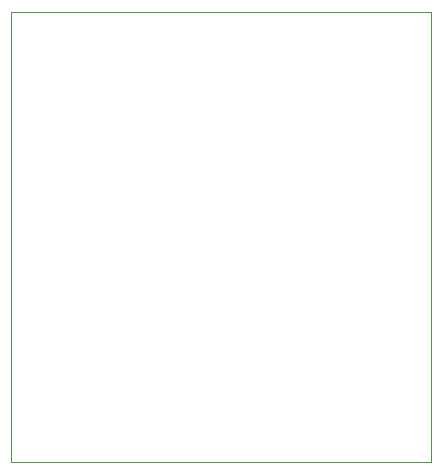
<source format=gm1>
%TF.GenerationSoftware,KiCad,Pcbnew,7.0.2*%
%TF.CreationDate,2023-06-02T21:02:53+10:00*%
%TF.ProjectId,potentiometer-carrier-board,706f7465-6e74-4696-9f6d-657465722d63,rev?*%
%TF.SameCoordinates,Original*%
%TF.FileFunction,Profile,NP*%
%FSLAX46Y46*%
G04 Gerber Fmt 4.6, Leading zero omitted, Abs format (unit mm)*
G04 Created by KiCad (PCBNEW 7.0.2) date 2023-06-02 21:02:53*
%MOMM*%
%LPD*%
G01*
G04 APERTURE LIST*
%TA.AperFunction,Profile*%
%ADD10C,0.100000*%
%TD*%
G04 APERTURE END LIST*
D10*
X45720000Y-43180000D02*
X81280000Y-43180000D01*
X81280000Y-81280000D01*
X45720000Y-81280000D01*
X45720000Y-43180000D01*
M02*

</source>
